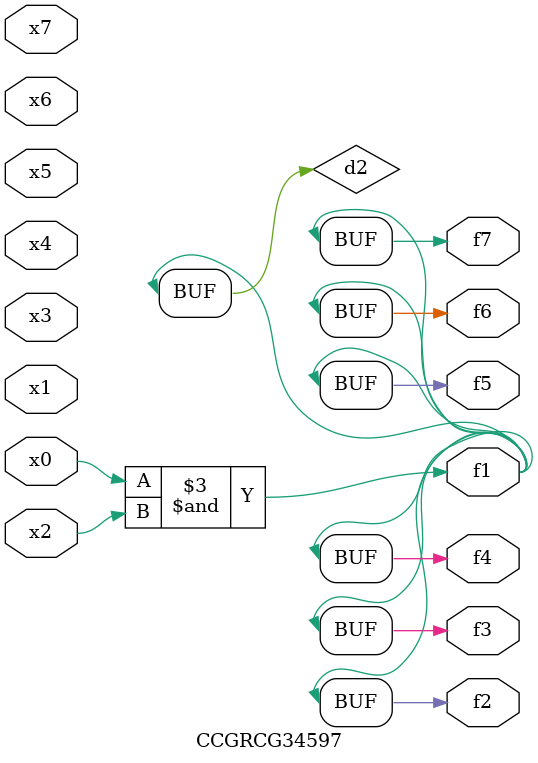
<source format=v>
module CCGRCG34597(
	input x0, x1, x2, x3, x4, x5, x6, x7,
	output f1, f2, f3, f4, f5, f6, f7
);

	wire d1, d2;

	nor (d1, x3, x6);
	and (d2, x0, x2);
	assign f1 = d2;
	assign f2 = d2;
	assign f3 = d2;
	assign f4 = d2;
	assign f5 = d2;
	assign f6 = d2;
	assign f7 = d2;
endmodule

</source>
